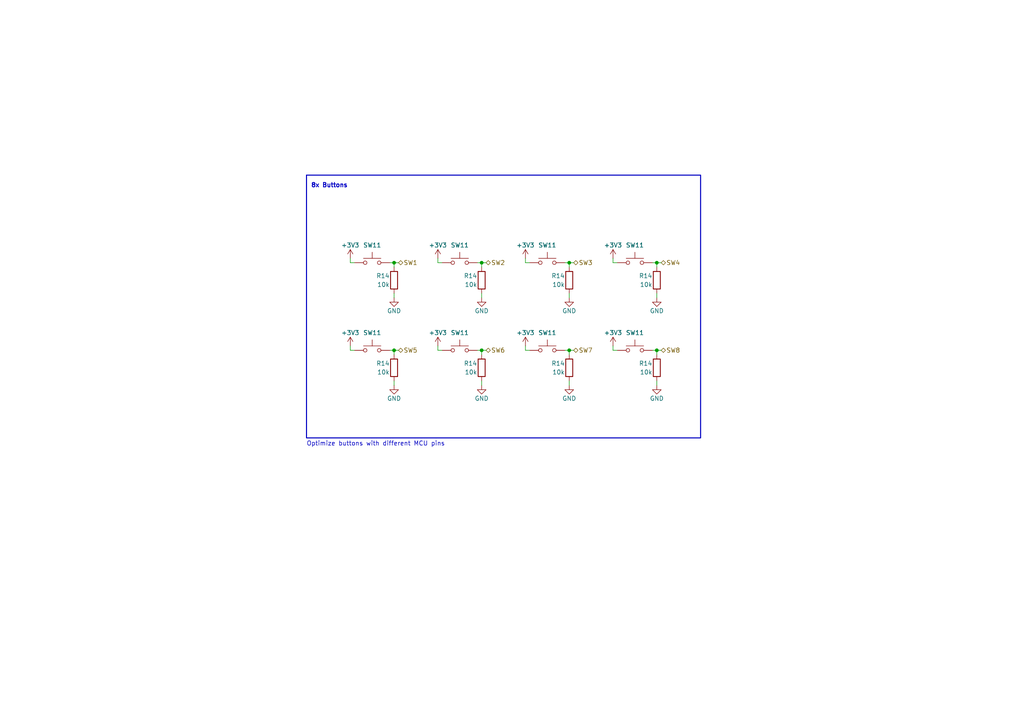
<source format=kicad_sch>
(kicad_sch (version 20230121) (generator eeschema)
  (paper "A4")
  (lib_symbols
    (symbol "Device:R" (pin_numbers hide) (pin_names (offset 0))
      (property "Reference" "R" (at 2.032 0 90))
      (property "Value" "R" (at 0 0 90))
      (symbol "R_0_1"
        (rectangle (start -1.016 -2.54) (end 1.016 2.54) (stroke (width 0.254)))
      )
      (symbol "R_1_1"
        (pin passive line (at 0 3.81 270) (length 1.27) (name "~") (number "1"))
        (pin passive line (at 0 -3.81 90) (length 1.27) (name "~") (number "2"))
      )
    )
    (symbol "Switch:SW_Omron_B3FS" (pin_numbers hide) (pin_names (offset 1.016) hide)
      (property "Reference" "SW" (at 1.27 2.54 0))
      (property "Value" "SW_Omron_B3FS" (at 0 -1.524 0))
      (symbol "SW_Omron_B3FS_0_1"
        (circle (center -2.032 0) (radius 0.508))
        (polyline (pts (xy 0 1.27) (xy 0 3.048)))
        (polyline (pts (xy 2.54 1.27) (xy -2.54 1.27)))
        (circle (center 2.032 0) (radius 0.508))
        (pin passive line (at -5.08 0 0) (length 2.54) (name "1") (number "1"))
        (pin passive line (at 5.08 0 180) (length 2.54) (name "2") (number "2"))
      )
    )
    (symbol "power:+3V3" (power) (pin_names (offset 0))
      (property "Value" "+3V3" (at 0 3.556 0))
      (symbol "+3V3_0_1"
        (polyline (pts (xy -0.762 1.27) (xy 0 2.54)))
        (polyline (pts (xy 0 0) (xy 0 2.54)))
        (polyline (pts (xy 0 2.54) (xy 0.762 1.27)))
      )
      (symbol "+3V3_1_1"
        (pin power_in line (at 0 0 90) (length 0) hide (name "+3V3") (number "1"))
      )
    )
    (symbol "power:GND" (power) (pin_names (offset 0))
      (property "Value" "GND" (at 0 -3.81 0))
      (symbol "GND_0_1"
        (polyline (pts (xy 0 0) (xy 0 -1.27) (xy 1.27 -1.27) (xy 0 -2.54) (xy -1.27 -1.27) (xy 0 -1.27)))
      )
      (symbol "GND_1_1"
        (pin power_in line (at 0 0 270) (length 0) hide (name "GND") (number "1"))
      )
    )
  )
  (junction (at 139.7 101.6))
  (junction (at 165.1 101.6))
  (junction (at 114.3 76.2))
  (junction (at 190.5 76.2))
  (junction (at 190.5 101.6))
  (junction (at 165.1 76.2))
  (junction (at 139.7 76.2))
  (junction (at 114.3 101.6))
  (wire (pts (xy 165.1 85.09) (xy 165.1 86.36)))
  (wire (pts (xy 128.27 101.6) (xy 127 101.6)))
  (wire (pts (xy 139.7 85.09) (xy 139.7 86.36)))
  (wire (pts (xy 165.1 110.49) (xy 165.1 111.76)))
  (wire (pts (xy 102.87 101.6) (xy 101.6 101.6)))
  (wire (pts (xy 153.67 76.2) (xy 152.4 76.2)))
  (wire (pts (xy 127 74.93) (xy 127 76.2)))
  (wire (pts (xy 177.8 74.93) (xy 177.8 76.2)))
  (wire (pts (xy 139.7 76.2) (xy 140.97 76.2)))
  (wire (pts (xy 128.27 76.2) (xy 127 76.2)))
  (wire (pts (xy 177.8 100.33) (xy 177.8 101.6)))
  (wire (pts (xy 189.23 101.6) (xy 190.5 101.6)))
  (wire (pts (xy 190.5 85.09) (xy 190.5 86.36)))
  (wire (pts (xy 190.5 110.49) (xy 190.5 111.76)))
  (wire (pts (xy 113.03 76.2) (xy 114.3 76.2)))
  (wire (pts (xy 190.5 101.6) (xy 191.77 101.6)))
  (wire (pts (xy 114.3 76.2) (xy 114.3 77.47)))
  (wire (pts (xy 114.3 101.6) (xy 115.57 101.6)))
  (wire (pts (xy 179.07 101.6) (xy 177.8 101.6)))
  (wire (pts (xy 153.67 101.6) (xy 152.4 101.6)))
  (wire (pts (xy 139.7 101.6) (xy 139.7 102.87)))
  (wire (pts (xy 189.23 76.2) (xy 190.5 76.2)))
  (wire (pts (xy 179.07 76.2) (xy 177.8 76.2)))
  (wire (pts (xy 101.6 74.93) (xy 101.6 76.2)))
  (wire (pts (xy 152.4 100.33) (xy 152.4 101.6)))
  (wire (pts (xy 114.3 101.6) (xy 114.3 102.87)))
  (wire (pts (xy 190.5 76.2) (xy 191.77 76.2)))
  (wire (pts (xy 114.3 76.2) (xy 115.57 76.2)))
  (wire (pts (xy 163.83 101.6) (xy 165.1 101.6)))
  (wire (pts (xy 114.3 110.49) (xy 114.3 111.76)))
  (wire (pts (xy 102.87 76.2) (xy 101.6 76.2)))
  (wire (pts (xy 139.7 101.6) (xy 140.97 101.6)))
  (wire (pts (xy 101.6 100.33) (xy 101.6 101.6)))
  (wire (pts (xy 114.3 85.09) (xy 114.3 86.36)))
  (wire (pts (xy 190.5 76.2) (xy 190.5 77.47)))
  (wire (pts (xy 165.1 101.6) (xy 166.37 101.6)))
  (wire (pts (xy 138.43 76.2) (xy 139.7 76.2)))
  (wire (pts (xy 190.5 101.6) (xy 190.5 102.87)))
  (wire (pts (xy 165.1 101.6) (xy 165.1 102.87)))
  (wire (pts (xy 152.4 74.93) (xy 152.4 76.2)))
  (wire (pts (xy 139.7 110.49) (xy 139.7 111.76)))
  (wire (pts (xy 113.03 101.6) (xy 114.3 101.6)))
  (wire (pts (xy 138.43 101.6) (xy 139.7 101.6)))
  (wire (pts (xy 127 100.33) (xy 127 101.6)))
  (wire (pts (xy 165.1 76.2) (xy 166.37 76.2)))
  (wire (pts (xy 163.83 76.2) (xy 165.1 76.2)))
  (wire (pts (xy 165.1 76.2) (xy 165.1 77.47)))
  (wire (pts (xy 139.7 76.2) (xy 139.7 77.47)))
  (rectangle (start 88.9 50.8) (end 203.2 127) (stroke (width 0.3)))
  (text "8x Buttons" (at 90.17 54.61 0) (effects (font (size 1.27 1.27) (thickness 0.254) bold) (justify left bottom)))
  (text "Optimize buttons with different MCU pins" (at 88.9 129.54 0) (effects (font (size 1.27 1.27)) (justify left bottom)))
  (hierarchical_label "SW2" (shape bidirectional) (at 140.97 76.2 0))
  (hierarchical_label "SW6" (shape bidirectional) (at 140.97 101.6 0))
  (hierarchical_label "SW3" (shape bidirectional) (at 166.37 76.2 0))
  (hierarchical_label "SW5" (shape bidirectional) (at 115.57 101.6 0))
  (hierarchical_label "SW4" (shape bidirectional) (at 191.77 76.2 0))
  (hierarchical_label "SW7" (shape bidirectional) (at 166.37 101.6 0))
  (hierarchical_label "SW1" (shape bidirectional) (at 115.57 76.2 0))
  (hierarchical_label "SW8" (shape bidirectional) (at 191.77 101.6 0))
  (symbol (lib_id "Device:R") (at 114.3 106.68 0) (unit 1)
    (property "Reference" "R14" (at 113.03 105.41 0) (effects (justify right)))
    (property "Value" "10k" (at 113.03 107.95 0) (effects (justify right)))
    (property "Footprint" "Resistor_SMD:R_1206_3216Metric_Pad1.30x1.75mm_HandSolder" (effects hide))
    (property "LCSC Part #" "C25744" (effects hide))
    (property "Dist" "LCSC" (effects hide))
    (instances (project "SoundControl" (path "" (reference "R14") (unit 1)) (path "" (reference "R13") (unit 1))) (project "CTN" (path "" (reference "R?") (unit 1))) (project "STM32F4_HexGauge_V3" (path "" (reference "R16") (unit 1)) (path "" (reference "R1") (unit 1))) (project "FastHexGauge" (path "" (reference "R4") (unit 1)) (path "" (reference "R6") (unit 1))))
  )
  (symbol (lib_id "power:+3V3") (at 177.8 100.33 0) (unit 1)
    (property "Reference" "#PWR01" (effects hide))
    (property "Value" "+3V3" (at 177.8 96.52 0))
    (instances (project "SoundControl" (path "" (reference "#PWR01") (unit 1)) (path "" (reference "#PWR020") (unit 1)) (path "" (reference "#PWR032") (unit 1))))
  )
  (symbol (lib_id "power:GND") (at 139.7 86.36 0) (unit 1)
    (property "Reference" "#PWR02" (effects hide))
    (property "Value" "GND" (at 139.7 90.17 0))
    (instances (project "SoundControl" (path "" (reference "#PWR02") (unit 1)) (path "" (reference "#PWR02") (unit 1)) (path "" (reference "#PWR026") (unit 1))))
  )
  (symbol (lib_id "power:+3V3") (at 127 100.33 0) (unit 1)
    (property "Reference" "#PWR01" (effects hide))
    (property "Value" "+3V3" (at 127 96.52 0))
    (instances (project "SoundControl" (path "" (reference "#PWR01") (unit 1)) (path "" (reference "#PWR020") (unit 1)) (path "" (reference "#PWR030") (unit 1))))
  )
  (symbol (lib_id "Switch:SW_Omron_B3FS") (at 158.75 76.2 0) (unit 1)
    (property "Reference" "SW11" (at 158.75 71.12 0))
    (property "Value" "SW_Panasonic_EVQPUC" (effects hide))
    (property "Footprint" "Button_Switch_THT:SW_PUSH_6mm" (effects hide))
    (property "Datasheet" "https://datasheet.lcsc.com/lcsc/2304140030_PANASONIC-EVQPUC02K_C79174.pdf" (effects hide))
    (property "LCSC Part #" "C79174" (effects hide))
    (property "Dist" "Mouser" (effects hide))
    (instances (project "SoundControl" (path "" (reference "SW11") (unit 1)) (path "" (reference "SW5") (unit 1))) (project "STM32F4_HexGauge_V3" (path "" (reference "SW2") (unit 1)) (path "" (reference "SW1") (unit 1))))
  )
  (symbol (lib_id "power:GND") (at 190.5 86.36 0) (unit 1)
    (property "Reference" "#PWR02" (effects hide))
    (property "Value" "GND" (at 190.5 90.17 0))
    (instances (project "SoundControl" (path "" (reference "#PWR02") (unit 1)) (path "" (reference "#PWR02") (unit 1)) (path "" (reference "#PWR028") (unit 1))))
  )
  (symbol (lib_id "power:+3V3") (at 101.6 74.93 0) (unit 1)
    (property "Reference" "#PWR01" (effects hide))
    (property "Value" "+3V3" (at 101.6 71.12 0))
    (instances (project "SoundControl" (path "" (reference "#PWR01") (unit 1)) (path "" (reference "#PWR020") (unit 1)) (path "" (reference "#PWR021") (unit 1))))
  )
  (symbol (lib_id "power:GND") (at 114.3 111.76 0) (unit 1)
    (property "Reference" "#PWR02" (effects hide))
    (property "Value" "GND" (at 114.3 115.57 0))
    (instances (project "SoundControl" (path "" (reference "#PWR02") (unit 1)) (path "" (reference "#PWR02") (unit 1)) (path "" (reference "#PWR033") (unit 1))))
  )
  (symbol (lib_id "Device:R") (at 114.3 81.28 0) (unit 1)
    (property "Reference" "R14" (at 113.03 80.01 0) (effects (justify right)))
    (property "Value" "10k" (at 113.03 82.55 0) (effects (justify right)))
    (property "Footprint" "Resistor_SMD:R_1206_3216Metric_Pad1.30x1.75mm_HandSolder" (effects hide))
    (property "LCSC Part #" "C25744" (effects hide))
    (property "Dist" "LCSC" (effects hide))
    (instances (project "SoundControl" (path "" (reference "R14") (unit 1)) (path "" (reference "R9") (unit 1))) (project "CTN" (path "" (reference "R?") (unit 1))) (project "STM32F4_HexGauge_V3" (path "" (reference "R16") (unit 1)) (path "" (reference "R1") (unit 1))) (project "FastHexGauge" (path "" (reference "R4") (unit 1)) (path "" (reference "R6") (unit 1))))
  )
  (symbol (lib_id "Switch:SW_Omron_B3FS") (at 184.15 101.6 0) (unit 1)
    (property "Reference" "SW11" (at 184.15 96.52 0))
    (property "Value" "SW_Panasonic_EVQPUC" (effects hide))
    (property "Footprint" "Button_Switch_THT:SW_PUSH_6mm" (effects hide))
    (property "Datasheet" "https://datasheet.lcsc.com/lcsc/2304140030_PANASONIC-EVQPUC02K_C79174.pdf" (effects hide))
    (property "LCSC Part #" "C79174" (effects hide))
    (property "Dist" "Mouser" (effects hide))
    (instances (project "SoundControl" (path "" (reference "SW11") (unit 1)) (path "" (reference "SW10") (unit 1))) (project "STM32F4_HexGauge_V3" (path "" (reference "SW2") (unit 1)) (path "" (reference "SW1") (unit 1))))
  )
  (symbol (lib_id "Device:R") (at 139.7 106.68 0) (unit 1)
    (property "Reference" "R14" (at 138.43 105.41 0) (effects (justify right)))
    (property "Value" "10k" (at 138.43 107.95 0) (effects (justify right)))
    (property "Footprint" "Resistor_SMD:R_1206_3216Metric_Pad1.30x1.75mm_HandSolder" (effects hide))
    (property "LCSC Part #" "C25744" (effects hide))
    (property "Dist" "LCSC" (effects hide))
    (instances (project "SoundControl" (path "" (reference "R14") (unit 1)) (path "" (reference "R14") (unit 1))) (project "CTN" (path "" (reference "R?") (unit 1))) (project "STM32F4_HexGauge_V3" (path "" (reference "R16") (unit 1)) (path "" (reference "R1") (unit 1))) (project "FastHexGauge" (path "" (reference "R4") (unit 1)) (path "" (reference "R6") (unit 1))))
  )
  (symbol (lib_id "power:GND") (at 190.5 111.76 0) (unit 1)
    (property "Reference" "#PWR02" (effects hide))
    (property "Value" "GND" (at 190.5 115.57 0))
    (instances (project "SoundControl" (path "" (reference "#PWR02") (unit 1)) (path "" (reference "#PWR02") (unit 1)) (path "" (reference "#PWR036") (unit 1))))
  )
  (symbol (lib_id "Device:R") (at 190.5 106.68 0) (unit 1)
    (property "Reference" "R14" (at 189.23 105.41 0) (effects (justify right)))
    (property "Value" "10k" (at 189.23 107.95 0) (effects (justify right)))
    (property "Footprint" "Resistor_SMD:R_1206_3216Metric_Pad1.30x1.75mm_HandSolder" (effects hide))
    (property "LCSC Part #" "C25744" (effects hide))
    (property "Dist" "LCSC" (effects hide))
    (instances (project "SoundControl" (path "" (reference "R14") (unit 1)) (path "" (reference "R16") (unit 1))) (project "CTN" (path "" (reference "R?") (unit 1))) (project "STM32F4_HexGauge_V3" (path "" (reference "R16") (unit 1)) (path "" (reference "R1") (unit 1))) (project "FastHexGauge" (path "" (reference "R4") (unit 1)) (path "" (reference "R6") (unit 1))))
  )
  (symbol (lib_id "Switch:SW_Omron_B3FS") (at 133.35 76.2 0) (unit 1)
    (property "Reference" "SW11" (at 133.35 71.12 0))
    (property "Value" "SW_Panasonic_EVQPUC" (effects hide))
    (property "Footprint" "Button_Switch_THT:SW_PUSH_6mm" (effects hide))
    (property "Datasheet" "https://datasheet.lcsc.com/lcsc/2304140030_PANASONIC-EVQPUC02K_C79174.pdf" (effects hide))
    (property "LCSC Part #" "C79174" (effects hide))
    (property "Dist" "Mouser" (effects hide))
    (instances (project "SoundControl" (path "" (reference "SW11") (unit 1)) (path "" (reference "SW4") (unit 1))) (project "STM32F4_HexGauge_V3" (path "" (reference "SW2") (unit 1)) (path "" (reference "SW1") (unit 1))))
  )
  (symbol (lib_id "Switch:SW_Omron_B3FS") (at 184.15 76.2 0) (unit 1)
    (property "Reference" "SW11" (at 184.15 71.12 0))
    (property "Value" "SW_Panasonic_EVQPUC" (effects hide))
    (property "Footprint" "Button_Switch_THT:SW_PUSH_6mm" (effects hide))
    (property "Datasheet" "https://datasheet.lcsc.com/lcsc/2304140030_PANASONIC-EVQPUC02K_C79174.pdf" (effects hide))
    (property "LCSC Part #" "C79174" (effects hide))
    (property "Dist" "Mouser" (effects hide))
    (instances (project "SoundControl" (path "" (reference "SW11") (unit 1)) (path "" (reference "SW6") (unit 1))) (project "STM32F4_HexGauge_V3" (path "" (reference "SW2") (unit 1)) (path "" (reference "SW1") (unit 1))))
  )
  (symbol (lib_id "power:+3V3") (at 152.4 74.93 0) (unit 1)
    (property "Reference" "#PWR01" (effects hide))
    (property "Value" "+3V3" (at 152.4 71.12 0))
    (instances (project "SoundControl" (path "" (reference "#PWR01") (unit 1)) (path "" (reference "#PWR020") (unit 1)) (path "" (reference "#PWR023") (unit 1))))
  )
  (symbol (lib_id "power:GND") (at 165.1 86.36 0) (unit 1)
    (property "Reference" "#PWR02" (effects hide))
    (property "Value" "GND" (at 165.1 90.17 0))
    (instances (project "SoundControl" (path "" (reference "#PWR02") (unit 1)) (path "" (reference "#PWR02") (unit 1)) (path "" (reference "#PWR027") (unit 1))))
  )
  (symbol (lib_id "Switch:SW_Omron_B3FS") (at 107.95 76.2 0) (unit 1)
    (property "Reference" "SW11" (at 107.95 71.12 0))
    (property "Value" "SW_Panasonic_EVQPUC" (effects hide))
    (property "Footprint" "Button_Switch_THT:SW_PUSH_6mm" (effects hide))
    (property "Datasheet" "https://datasheet.lcsc.com/lcsc/2304140030_PANASONIC-EVQPUC02K_C79174.pdf" (effects hide))
    (property "LCSC Part #" "C79174" (effects hide))
    (property "Dist" "Mouser" (effects hide))
    (instances (project "SoundControl" (path "" (reference "SW11") (unit 1)) (path "" (reference "SW3") (unit 1))) (project "STM32F4_HexGauge_V3" (path "" (reference "SW2") (unit 1)) (path "" (reference "SW1") (unit 1))))
  )
  (symbol (lib_id "power:+3V3") (at 177.8 74.93 0) (unit 1)
    (property "Reference" "#PWR01" (effects hide))
    (property "Value" "+3V3" (at 177.8 71.12 0))
    (instances (project "SoundControl" (path "" (reference "#PWR01") (unit 1)) (path "" (reference "#PWR020") (unit 1)) (path "" (reference "#PWR024") (unit 1))))
  )
  (symbol (lib_id "power:GND") (at 139.7 111.76 0) (unit 1)
    (property "Reference" "#PWR02" (effects hide))
    (property "Value" "GND" (at 139.7 115.57 0))
    (instances (project "SoundControl" (path "" (reference "#PWR02") (unit 1)) (path "" (reference "#PWR02") (unit 1)) (path "" (reference "#PWR034") (unit 1))))
  )
  (symbol (lib_id "Switch:SW_Omron_B3FS") (at 133.35 101.6 0) (unit 1)
    (property "Reference" "SW11" (at 133.35 96.52 0))
    (property "Value" "SW_Panasonic_EVQPUC" (effects hide))
    (property "Footprint" "Button_Switch_THT:SW_PUSH_6mm" (effects hide))
    (property "Datasheet" "https://datasheet.lcsc.com/lcsc/2304140030_PANASONIC-EVQPUC02K_C79174.pdf" (effects hide))
    (property "LCSC Part #" "C79174" (effects hide))
    (property "Dist" "Mouser" (effects hide))
    (instances (project "SoundControl" (path "" (reference "SW11") (unit 1)) (path "" (reference "SW8") (unit 1))) (project "STM32F4_HexGauge_V3" (path "" (reference "SW2") (unit 1)) (path "" (reference "SW1") (unit 1))))
  )
  (symbol (lib_id "power:+3V3") (at 127 74.93 0) (unit 1)
    (property "Reference" "#PWR01" (effects hide))
    (property "Value" "+3V3" (at 127 71.12 0))
    (instances (project "SoundControl" (path "" (reference "#PWR01") (unit 1)) (path "" (reference "#PWR020") (unit 1)) (path "" (reference "#PWR022") (unit 1))))
  )
  (symbol (lib_id "Switch:SW_Omron_B3FS") (at 107.95 101.6 0) (unit 1)
    (property "Reference" "SW11" (at 107.95 96.52 0))
    (property "Value" "SW_Panasonic_EVQPUC" (effects hide))
    (property "Footprint" "Button_Switch_THT:SW_PUSH_6mm" (effects hide))
    (property "Datasheet" "https://datasheet.lcsc.com/lcsc/2304140030_PANASONIC-EVQPUC02K_C79174.pdf" (effects hide))
    (property "LCSC Part #" "C79174" (effects hide))
    (property "Dist" "Mouser" (effects hide))
    (instances (project "SoundControl" (path "" (reference "SW11") (unit 1)) (path "" (reference "SW7") (unit 1))) (project "STM32F4_HexGauge_V3" (path "" (reference "SW2") (unit 1)) (path "" (reference "SW1") (unit 1))))
  )
  (symbol (lib_id "Device:R") (at 165.1 81.28 0) (unit 1)
    (property "Reference" "R14" (at 163.83 80.01 0) (effects (justify right)))
    (property "Value" "10k" (at 163.83 82.55 0) (effects (justify right)))
    (property "Footprint" "Resistor_SMD:R_1206_3216Metric_Pad1.30x1.75mm_HandSolder" (effects hide))
    (property "LCSC Part #" "C25744" (effects hide))
    (property "Dist" "LCSC" (effects hide))
    (instances (project "SoundControl" (path "" (reference "R14") (unit 1)) (path "" (reference "R11") (unit 1))) (project "CTN" (path "" (reference "R?") (unit 1))) (project "STM32F4_HexGauge_V3" (path "" (reference "R16") (unit 1)) (path "" (reference "R1") (unit 1))) (project "FastHexGauge" (path "" (reference "R4") (unit 1)) (path "" (reference "R6") (unit 1))))
  )
  (symbol (lib_id "power:GND") (at 165.1 111.76 0) (unit 1)
    (property "Reference" "#PWR02" (effects hide))
    (property "Value" "GND" (at 165.1 115.57 0))
    (instances (project "SoundControl" (path "" (reference "#PWR02") (unit 1)) (path "" (reference "#PWR02") (unit 1)) (path "" (reference "#PWR035") (unit 1))))
  )
  (symbol (lib_id "power:+3V3") (at 101.6 100.33 0) (unit 1)
    (property "Reference" "#PWR01" (effects hide))
    (property "Value" "+3V3" (at 101.6 96.52 0))
    (instances (project "SoundControl" (path "" (reference "#PWR01") (unit 1)) (path "" (reference "#PWR020") (unit 1)) (path "" (reference "#PWR029") (unit 1))))
  )
  (symbol (lib_id "power:+3V3") (at 152.4 100.33 0) (unit 1)
    (property "Reference" "#PWR01" (effects hide))
    (property "Value" "+3V3" (at 152.4 96.52 0))
    (instances (project "SoundControl" (path "" (reference "#PWR01") (unit 1)) (path "" (reference "#PWR020") (unit 1)) (path "" (reference "#PWR031") (unit 1))))
  )
  (symbol (lib_id "Device:R") (at 190.5 81.28 0) (unit 1)
    (property "Reference" "R14" (at 189.23 80.01 0) (effects (justify right)))
    (property "Value" "10k" (at 189.23 82.55 0) (effects (justify right)))
    (property "Footprint" "Resistor_SMD:R_1206_3216Metric_Pad1.30x1.75mm_HandSolder" (effects hide))
    (property "LCSC Part #" "C25744" (effects hide))
    (property "Dist" "LCSC" (effects hide))
    (instances (project "SoundControl" (path "" (reference "R14") (unit 1)) (path "" (reference "R12") (unit 1))) (project "CTN" (path "" (reference "R?") (unit 1))) (project "STM32F4_HexGauge_V3" (path "" (reference "R16") (unit 1)) (path "" (reference "R1") (unit 1))) (project "FastHexGauge" (path "" (reference "R4") (unit 1)) (path "" (reference "R6") (unit 1))))
  )
  (symbol (lib_id "Switch:SW_Omron_B3FS") (at 158.75 101.6 0) (unit 1)
    (property "Reference" "SW11" (at 158.75 96.52 0))
    (property "Value" "SW_Panasonic_EVQPUC" (effects hide))
    (property "Footprint" "Button_Switch_THT:SW_PUSH_6mm" (effects hide))
    (property "Datasheet" "https://datasheet.lcsc.com/lcsc/2304140030_PANASONIC-EVQPUC02K_C79174.pdf" (effects hide))
    (property "LCSC Part #" "C79174" (effects hide))
    (property "Dist" "Mouser" (effects hide))
    (instances (project "SoundControl" (path "" (reference "SW11") (unit 1)) (path "" (reference "SW9") (unit 1))) (project "STM32F4_HexGauge_V3" (path "" (reference "SW2") (unit 1)) (path "" (reference "SW1") (unit 1))))
  )
  (symbol (lib_id "Device:R") (at 165.1 106.68 0) (unit 1)
    (property "Reference" "R14" (at 163.83 105.41 0) (effects (justify right)))
    (property "Value" "10k" (at 163.83 107.95 0) (effects (justify right)))
    (property "Footprint" "Resistor_SMD:R_1206_3216Metric_Pad1.30x1.75mm_HandSolder" (effects hide))
    (property "LCSC Part #" "C25744" (effects hide))
    (property "Dist" "LCSC" (effects hide))
    (instances (project "SoundControl" (path "" (reference "R14") (unit 1)) (path "" (reference "R15") (unit 1))) (project "CTN" (path "" (reference "R?") (unit 1))) (project "STM32F4_HexGauge_V3" (path "" (reference "R16") (unit 1)) (path "" (reference "R1") (unit 1))) (project "FastHexGauge" (path "" (reference "R4") (unit 1)) (path "" (reference "R6") (unit 1))))
  )
  (symbol (lib_id "Device:R") (at 139.7 81.28 0) (unit 1)
    (property "Reference" "R14" (at 138.43 80.01 0) (effects (justify right)))
    (property "Value" "10k" (at 138.43 82.55 0) (effects (justify right)))
    (property "Footprint" "Resistor_SMD:R_1206_3216Metric_Pad1.30x1.75mm_HandSolder" (effects hide))
    (property "LCSC Part #" "C25744" (effects hide))
    (property "Dist" "LCSC" (effects hide))
    (instances (project "SoundControl" (path "" (reference "R14") (unit 1)) (path "" (reference "R10") (unit 1))) (project "CTN" (path "" (reference "R?") (unit 1))) (project "STM32F4_HexGauge_V3" (path "" (reference "R16") (unit 1)) (path "" (reference "R1") (unit 1))) (project "FastHexGauge" (path "" (reference "R4") (unit 1)) (path "" (reference "R6") (unit 1))))
  )
  (symbol (lib_id "power:GND") (at 114.3 86.36 0) (unit 1)
    (property "Reference" "#PWR02" (effects hide))
    (property "Value" "GND" (at 114.3 90.17 0))
    (instances (project "SoundControl" (path "" (reference "#PWR02") (unit 1)) (path "" (reference "#PWR02") (unit 1)) (path "" (reference "#PWR025") (unit 1))))
  )
)
</source>
